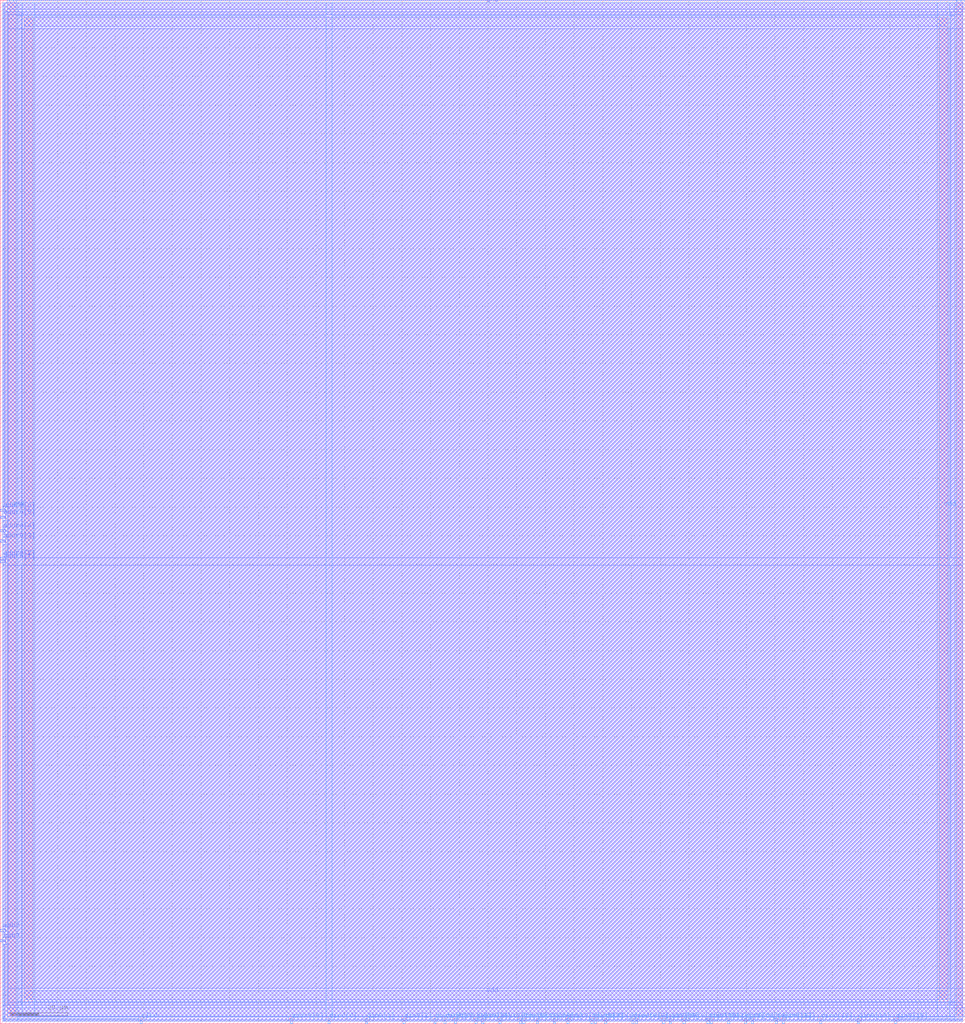
<source format=lef>
VERSION 5.4 ;
NAMESCASESENSITIVE ON ;
BUSBITCHARS "[]" ;
DIVIDERCHAR "/" ;
UNITS
  DATABASE MICRONS 2000 ;
END UNITS
MACRO conv1_wm_sram_16_100_sky130A
   CLASS BLOCK ;
   SIZE 336.32 BY 356.55 ;
   SYMMETRY X Y R90 ;
   PIN din0[0]
      DIRECTION INPUT ;
      PORT
         LAYER m4 ;
         RECT  114.24 0.0 114.98 1.93 ;
      END
   END din0[0]
   PIN din0[1]
      DIRECTION INPUT ;
      PORT
         LAYER m4 ;
         RECT  127.33 0.0 128.07 1.93 ;
      END
   END din0[1]
   PIN din0[2]
      DIRECTION INPUT ;
      PORT
         LAYER m4 ;
         RECT  140.42 0.0 141.16 1.93 ;
      END
   END din0[2]
   PIN din0[3]
      DIRECTION INPUT ;
      PORT
         LAYER m4 ;
         RECT  154.7 0.0 155.44 1.93 ;
      END
   END din0[3]
   PIN din0[4]
      DIRECTION INPUT ;
      PORT
         LAYER m4 ;
         RECT  167.79 0.0 168.53 1.93 ;
      END
   END din0[4]
   PIN din0[5]
      DIRECTION INPUT ;
      PORT
         LAYER m4 ;
         RECT  180.88 0.0 181.62 1.93 ;
      END
   END din0[5]
   PIN din0[6]
      DIRECTION INPUT ;
      PORT
         LAYER m4 ;
         RECT  192.78 0.0 193.52 1.93 ;
      END
   END din0[6]
   PIN din0[7]
      DIRECTION INPUT ;
      PORT
         LAYER m4 ;
         RECT  207.06 0.0 207.8 1.93 ;
      END
   END din0[7]
   PIN din0[8]
      DIRECTION INPUT ;
      PORT
         LAYER m4 ;
         RECT  220.15 0.0 220.89 1.93 ;
      END
   END din0[8]
   PIN din0[9]
      DIRECTION INPUT ;
      PORT
         LAYER m4 ;
         RECT  233.24 0.0 233.98 1.93 ;
      END
   END din0[9]
   PIN din0[10]
      DIRECTION INPUT ;
      PORT
         LAYER m4 ;
         RECT  246.33 0.0 247.07 1.93 ;
      END
   END din0[10]
   PIN din0[11]
      DIRECTION INPUT ;
      PORT
         LAYER m4 ;
         RECT  259.42 0.0 260.16 1.93 ;
      END
   END din0[11]
   PIN din0[12]
      DIRECTION INPUT ;
      PORT
         LAYER m4 ;
         RECT  272.51 0.0 273.25 1.93 ;
      END
   END din0[12]
   PIN din0[13]
      DIRECTION INPUT ;
      PORT
         LAYER m4 ;
         RECT  285.6 0.0 286.34 1.93 ;
      END
   END din0[13]
   PIN din0[14]
      DIRECTION INPUT ;
      PORT
         LAYER m4 ;
         RECT  298.69 0.0 299.43 1.93 ;
      END
   END din0[14]
   PIN din0[15]
      DIRECTION INPUT ;
      PORT
         LAYER m4 ;
         RECT  311.78 0.0 312.52 1.93 ;
      END
   END din0[15]
   PIN addr0[0]
      DIRECTION INPUT ;
      PORT
         LAYER m4 ;
         RECT  101.15 0.0 101.89 1.93 ;
      END
   END addr0[0]
   PIN addr0[1]
      DIRECTION INPUT ;
      PORT
         LAYER m3 ;
         RECT  0.0 160.65 1.93 161.39 ;
      END
   END addr0[1]
   PIN addr0[2]
      DIRECTION INPUT ;
      PORT
         LAYER m3 ;
         RECT  0.0 161.84 1.93 162.58 ;
      END
   END addr0[2]
   PIN addr0[3]
      DIRECTION INPUT ;
      PORT
         LAYER m3 ;
         RECT  0.0 167.79 1.93 168.53 ;
      END
   END addr0[3]
   PIN addr0[4]
      DIRECTION INPUT ;
      PORT
         LAYER m3 ;
         RECT  0.0 171.36 1.93 172.1 ;
      END
   END addr0[4]
   PIN addr0[5]
      DIRECTION INPUT ;
      PORT
         LAYER m3 ;
         RECT  0.0 176.12 1.93 176.86 ;
      END
   END addr0[5]
   PIN addr0[6]
      DIRECTION INPUT ;
      PORT
         LAYER m3 ;
         RECT  0.0 178.5 1.93 179.24 ;
      END
   END addr0[6]
   PIN csb0
      DIRECTION INPUT ;
      PORT
         LAYER m3 ;
         RECT  0.0 28.56 1.93 29.3 ;
      END
   END csb0
   PIN web0
      DIRECTION INPUT ;
      PORT
         LAYER m3 ;
         RECT  0.0 32.13 1.93 32.87 ;
      END
   END web0
   PIN clk0
      DIRECTION INPUT ;
      PORT
         LAYER m4 ;
         RECT  48.79 0.0 49.53 1.93 ;
      END
   END clk0
   PIN dout0[0]
      DIRECTION OUTPUT ;
      PORT
         LAYER m4 ;
         RECT  151.13 0.0 151.87 1.93 ;
      END
   END dout0[0]
   PIN dout0[1]
      DIRECTION OUTPUT ;
      PORT
         LAYER m4 ;
         RECT  158.27 0.0 159.01 1.93 ;
      END
   END dout0[1]
   PIN dout0[2]
      DIRECTION OUTPUT ;
      PORT
         LAYER m4 ;
         RECT  165.41 0.0 166.15 1.93 ;
      END
   END dout0[2]
   PIN dout0[3]
      DIRECTION OUTPUT ;
      PORT
         LAYER m4 ;
         RECT  173.74 0.0 174.48 1.93 ;
      END
   END dout0[3]
   PIN dout0[4]
      DIRECTION OUTPUT ;
      PORT
         LAYER m4 ;
         RECT  182.07 0.0 182.81 1.93 ;
      END
   END dout0[4]
   PIN dout0[5]
      DIRECTION OUTPUT ;
      PORT
         LAYER m4 ;
         RECT  186.83 0.0 187.57 1.93 ;
      END
   END dout0[5]
   PIN dout0[6]
      DIRECTION OUTPUT ;
      PORT
         LAYER m4 ;
         RECT  197.54 0.0 198.28 1.93 ;
      END
   END dout0[6]
   PIN dout0[7]
      DIRECTION OUTPUT ;
      PORT
         LAYER m4 ;
         RECT  205.87 0.0 206.61 1.93 ;
      END
   END dout0[7]
   PIN dout0[8]
      DIRECTION OUTPUT ;
      PORT
         LAYER m4 ;
         RECT  210.63 0.0 211.37 1.93 ;
      END
   END dout0[8]
   PIN dout0[9]
      DIRECTION OUTPUT ;
      PORT
         LAYER m4 ;
         RECT  221.34 0.0 222.08 1.93 ;
      END
   END dout0[9]
   PIN dout0[10]
      DIRECTION OUTPUT ;
      PORT
         LAYER m4 ;
         RECT  230.86 0.0 231.6 1.93 ;
      END
   END dout0[10]
   PIN dout0[11]
      DIRECTION OUTPUT ;
      PORT
         LAYER m4 ;
         RECT  238.0 0.0 238.74 1.93 ;
      END
   END dout0[11]
   PIN dout0[12]
      DIRECTION OUTPUT ;
      PORT
         LAYER m4 ;
         RECT  247.52 0.0 248.26 1.93 ;
      END
   END dout0[12]
   PIN dout0[13]
      DIRECTION OUTPUT ;
      PORT
         LAYER m4 ;
         RECT  253.47 0.0 254.21 1.93 ;
      END
   END dout0[13]
   PIN dout0[14]
      DIRECTION OUTPUT ;
      PORT
         LAYER m4 ;
         RECT  261.8 0.0 262.54 1.93 ;
      END
   END dout0[14]
   PIN dout0[15]
      DIRECTION OUTPUT ;
      PORT
         LAYER m4 ;
         RECT  270.13 0.0 270.87 1.93 ;
      END
   END dout0[15]
   PIN vdd
      DIRECTION INOUT ;
      USE POWER ; 
      SHAPE ABUTMENT ; 
      PORT
         LAYER m3 ;
         RECT  8.33 347.48 330.37 350.6 ;
         LAYER m4 ;
         RECT  8.33 8.33 11.45 350.6 ;
         LAYER m4 ;
         RECT  327.25 8.33 330.37 350.6 ;
         LAYER m3 ;
         RECT  8.33 8.33 330.37 11.45 ;
      END
   END vdd
   PIN gnd
      DIRECTION INOUT ;
      USE GROUND ; 
      SHAPE ABUTMENT ; 
      PORT
         LAYER m4 ;
         RECT  333.2 2.38 336.32 356.55 ;
         LAYER m3 ;
         RECT  2.38 2.38 336.32 5.5 ;
         LAYER m3 ;
         RECT  2.38 353.43 336.32 356.55 ;
         LAYER m4 ;
         RECT  2.38 2.38 5.5 356.55 ;
      END
   END gnd
   OBS
   LAYER  m1 ;
      RECT  0.91 0.91 335.41 355.64 ;
   LAYER  m2 ;
      RECT  0.91 0.91 335.41 355.64 ;
   LAYER  m3 ;
      RECT  2.83 159.75 335.41 162.29 ;
      RECT  0.91 163.48 2.83 166.89 ;
      RECT  0.91 169.43 2.83 170.46 ;
      RECT  0.91 173.0 2.83 175.22 ;
      RECT  0.91 30.2 2.83 31.23 ;
      RECT  0.91 33.77 2.83 159.75 ;
      RECT  2.83 162.29 7.43 346.58 ;
      RECT  2.83 346.58 7.43 351.5 ;
      RECT  7.43 162.29 331.27 346.58 ;
      RECT  331.27 162.29 335.41 346.58 ;
      RECT  331.27 346.58 335.41 351.5 ;
      RECT  2.83 7.43 7.43 12.35 ;
      RECT  2.83 12.35 7.43 159.75 ;
      RECT  7.43 12.35 331.27 159.75 ;
      RECT  331.27 7.43 335.41 12.35 ;
      RECT  331.27 12.35 335.41 159.75 ;
      RECT  0.91 0.91 1.48 1.48 ;
      RECT  0.91 1.48 1.48 6.4 ;
      RECT  0.91 6.4 1.48 27.66 ;
      RECT  1.48 0.91 2.83 1.48 ;
      RECT  1.48 6.4 2.83 27.66 ;
      RECT  2.83 0.91 7.43 1.48 ;
      RECT  2.83 6.4 7.43 7.43 ;
      RECT  7.43 0.91 331.27 1.48 ;
      RECT  7.43 6.4 331.27 7.43 ;
      RECT  331.27 0.91 335.41 1.48 ;
      RECT  331.27 6.4 335.41 7.43 ;
      RECT  0.91 180.14 1.48 352.53 ;
      RECT  0.91 352.53 1.48 355.64 ;
      RECT  1.48 180.14 2.83 352.53 ;
      RECT  2.83 351.5 7.43 352.53 ;
      RECT  7.43 351.5 331.27 352.53 ;
      RECT  331.27 351.5 335.41 352.53 ;
   LAYER  m4 ;
      RECT  113.64 2.53 115.58 355.64 ;
      RECT  115.58 0.91 126.73 2.53 ;
      RECT  128.67 0.91 139.82 2.53 ;
      RECT  273.85 0.91 285.0 2.53 ;
      RECT  286.94 0.91 298.09 2.53 ;
      RECT  300.03 0.91 311.18 2.53 ;
      RECT  102.49 0.91 113.64 2.53 ;
      RECT  50.13 0.91 100.55 2.53 ;
      RECT  141.76 0.91 150.53 2.53 ;
      RECT  152.47 0.91 154.1 2.53 ;
      RECT  156.04 0.91 157.67 2.53 ;
      RECT  159.61 0.91 164.81 2.53 ;
      RECT  166.75 0.91 167.19 2.53 ;
      RECT  169.13 0.91 173.14 2.53 ;
      RECT  175.08 0.91 180.28 2.53 ;
      RECT  183.41 0.91 186.23 2.53 ;
      RECT  188.17 0.91 192.18 2.53 ;
      RECT  194.12 0.91 196.94 2.53 ;
      RECT  198.88 0.91 205.27 2.53 ;
      RECT  208.4 0.91 210.03 2.53 ;
      RECT  211.97 0.91 219.55 2.53 ;
      RECT  222.68 0.91 230.26 2.53 ;
      RECT  232.2 0.91 232.64 2.53 ;
      RECT  234.58 0.91 237.4 2.53 ;
      RECT  239.34 0.91 245.73 2.53 ;
      RECT  248.86 0.91 252.87 2.53 ;
      RECT  254.81 0.91 258.82 2.53 ;
      RECT  260.76 0.91 261.2 2.53 ;
      RECT  263.14 0.91 269.53 2.53 ;
      RECT  271.47 0.91 271.91 2.53 ;
      RECT  7.73 2.53 12.05 7.73 ;
      RECT  7.73 351.2 12.05 355.64 ;
      RECT  12.05 2.53 113.64 7.73 ;
      RECT  12.05 7.73 113.64 351.2 ;
      RECT  12.05 351.2 113.64 355.64 ;
      RECT  115.58 2.53 326.65 7.73 ;
      RECT  115.58 7.73 326.65 351.2 ;
      RECT  115.58 351.2 326.65 355.64 ;
      RECT  326.65 2.53 330.97 7.73 ;
      RECT  326.65 351.2 330.97 355.64 ;
      RECT  313.12 0.91 332.6 1.78 ;
      RECT  313.12 1.78 332.6 2.53 ;
      RECT  332.6 0.91 335.41 1.78 ;
      RECT  330.97 2.53 332.6 7.73 ;
      RECT  330.97 7.73 332.6 351.2 ;
      RECT  330.97 351.2 332.6 355.64 ;
      RECT  0.91 0.91 1.78 1.78 ;
      RECT  0.91 1.78 1.78 2.53 ;
      RECT  1.78 0.91 6.1 1.78 ;
      RECT  6.1 0.91 48.19 1.78 ;
      RECT  6.1 1.78 48.19 2.53 ;
      RECT  0.91 2.53 1.78 7.73 ;
      RECT  6.1 2.53 7.73 7.73 ;
      RECT  0.91 7.73 1.78 351.2 ;
      RECT  6.1 7.73 7.73 351.2 ;
      RECT  0.91 351.2 1.78 355.64 ;
      RECT  6.1 351.2 7.73 355.64 ;
   END
END    conv1_wm_sram_16_100_sky130A
END    LIBRARY

</source>
